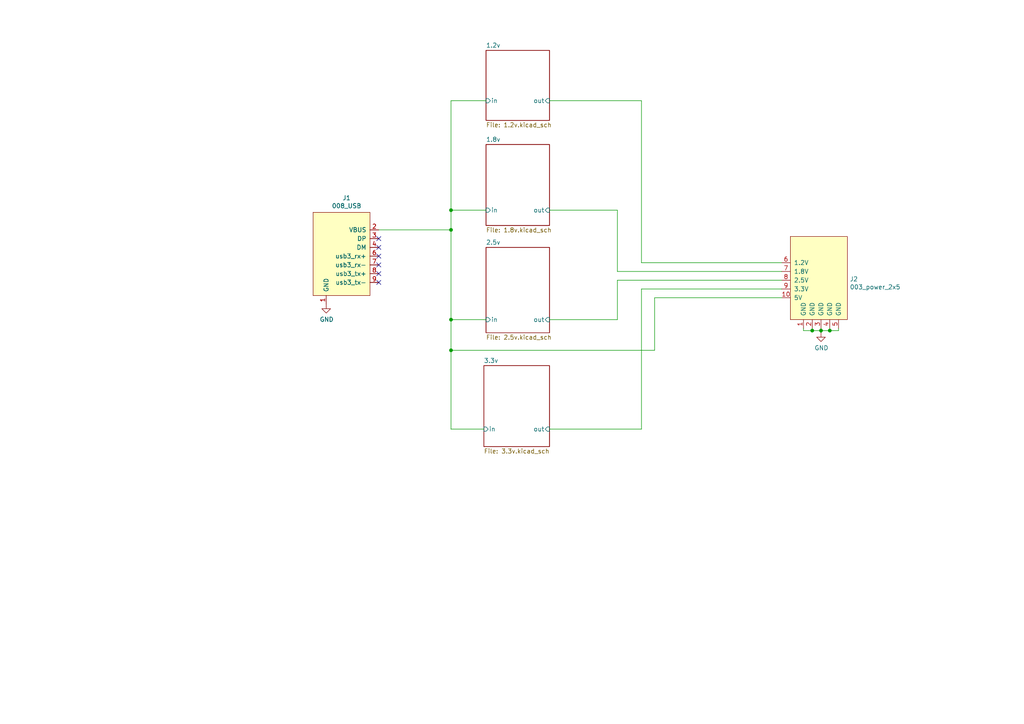
<source format=kicad_sch>
(kicad_sch (version 20211123) (generator eeschema)

  (uuid 4d4b0fcd-2c79-4fc3-b5fa-7a0741601344)

  (paper "A4")

  (lib_symbols
    (symbol "power:GND" (power) (pin_names (offset 0)) (in_bom yes) (on_board yes)
      (property "Reference" "#PWR" (id 0) (at 0 -6.35 0)
        (effects (font (size 1.27 1.27)) hide)
      )
      (property "Value" "GND" (id 1) (at 0 -3.81 0)
        (effects (font (size 1.27 1.27)))
      )
      (property "Footprint" "" (id 2) (at 0 0 0)
        (effects (font (size 1.27 1.27)) hide)
      )
      (property "Datasheet" "" (id 3) (at 0 0 0)
        (effects (font (size 1.27 1.27)) hide)
      )
      (property "ki_keywords" "power-flag" (id 4) (at 0 0 0)
        (effects (font (size 1.27 1.27)) hide)
      )
      (property "ki_description" "Power symbol creates a global label with name \"GND\" , ground" (id 5) (at 0 0 0)
        (effects (font (size 1.27 1.27)) hide)
      )
      (symbol "GND_0_1"
        (polyline
          (pts
            (xy 0 0)
            (xy 0 -1.27)
            (xy 1.27 -1.27)
            (xy 0 -2.54)
            (xy -1.27 -1.27)
            (xy 0 -1.27)
          )
          (stroke (width 0) (type default) (color 0 0 0 0))
          (fill (type none))
        )
      )
      (symbol "GND_1_1"
        (pin power_in line (at 0 0 270) (length 0) hide
          (name "GND" (effects (font (size 1.27 1.27))))
          (number "1" (effects (font (size 1.27 1.27))))
        )
      )
    )
    (symbol "put_on_edge:003_power" (pin_names (offset 1.016)) (in_bom yes) (on_board yes)
      (property "Reference" "J" (id 0) (at -2.54 13.97 0)
        (effects (font (size 1.27 1.27)))
      )
      (property "Value" "003_power" (id 1) (at 8.89 13.97 0)
        (effects (font (size 1.27 1.27)))
      )
      (property "Footprint" "" (id 2) (at 7.62 16.51 0)
        (effects (font (size 1.27 1.27)) hide)
      )
      (property "Datasheet" "" (id 3) (at 7.62 16.51 0)
        (effects (font (size 1.27 1.27)) hide)
      )
      (symbol "003_power_0_1"
        (rectangle (start -8.89 12.7) (end 7.62 -11.43)
          (stroke (width 0) (type default) (color 0 0 0 0))
          (fill (type background))
        )
      )
      (symbol "003_power_1_1"
        (pin power_in line (at -5.08 -13.97 90) (length 2.54)
          (name "GND" (effects (font (size 1.27 1.27))))
          (number "1" (effects (font (size 1.27 1.27))))
        )
        (pin power_out line (at -11.43 -5.08 0) (length 2.54)
          (name "5V" (effects (font (size 1.27 1.27))))
          (number "10" (effects (font (size 1.27 1.27))))
        )
        (pin power_in line (at -2.54 -13.97 90) (length 2.54)
          (name "GND" (effects (font (size 1.27 1.27))))
          (number "2" (effects (font (size 1.27 1.27))))
        )
        (pin power_in line (at 0 -13.97 90) (length 2.54)
          (name "GND" (effects (font (size 1.27 1.27))))
          (number "3" (effects (font (size 1.27 1.27))))
        )
        (pin power_in line (at 2.54 -13.97 90) (length 2.54)
          (name "GND" (effects (font (size 1.27 1.27))))
          (number "4" (effects (font (size 1.27 1.27))))
        )
        (pin power_in line (at 5.08 -13.97 90) (length 2.54)
          (name "GND" (effects (font (size 1.27 1.27))))
          (number "5" (effects (font (size 1.27 1.27))))
        )
        (pin power_out line (at -11.43 5.08 0) (length 2.54)
          (name "1.2V" (effects (font (size 1.27 1.27))))
          (number "6" (effects (font (size 1.27 1.27))))
        )
        (pin power_out line (at -11.43 2.54 0) (length 2.54)
          (name "1.8V" (effects (font (size 1.27 1.27))))
          (number "7" (effects (font (size 1.27 1.27))))
        )
        (pin power_out line (at -11.43 0 0) (length 2.54)
          (name "2.5V" (effects (font (size 1.27 1.27))))
          (number "8" (effects (font (size 1.27 1.27))))
        )
        (pin power_out line (at -11.43 -2.54 0) (length 2.54)
          (name "3.3V" (effects (font (size 1.27 1.27))))
          (number "9" (effects (font (size 1.27 1.27))))
        )
      )
    )
    (symbol "put_on_edge:008_USB" (pin_names (offset 1.016)) (in_bom yes) (on_board yes)
      (property "Reference" "J" (id 0) (at -2.54 13.97 0)
        (effects (font (size 1.27 1.27)))
      )
      (property "Value" "008_USB" (id 1) (at 8.89 13.97 0)
        (effects (font (size 1.27 1.27)))
      )
      (property "Footprint" "" (id 2) (at 7.62 16.51 0)
        (effects (font (size 1.27 1.27)) hide)
      )
      (property "Datasheet" "" (id 3) (at 7.62 16.51 0)
        (effects (font (size 1.27 1.27)) hide)
      )
      (symbol "008_USB_0_1"
        (rectangle (start -8.89 12.7) (end 7.62 -11.43)
          (stroke (width 0) (type default) (color 0 0 0 0))
          (fill (type background))
        )
      )
      (symbol "008_USB_1_1"
        (pin power_in line (at 3.81 -13.97 90) (length 2.54)
          (name "GND" (effects (font (size 1.27 1.27))))
          (number "1" (effects (font (size 1.27 1.27))))
        )
        (pin power_in line (at -11.43 7.62 0) (length 2.54)
          (name "VBUS" (effects (font (size 1.27 1.27))))
          (number "2" (effects (font (size 1.27 1.27))))
        )
        (pin bidirectional line (at -11.43 5.08 0) (length 2.54)
          (name "DP" (effects (font (size 1.27 1.27))))
          (number "3" (effects (font (size 1.27 1.27))))
        )
        (pin bidirectional line (at -11.43 2.54 0) (length 2.54)
          (name "DM" (effects (font (size 1.27 1.27))))
          (number "4" (effects (font (size 1.27 1.27))))
        )
        (pin input line (at -11.43 0 0) (length 2.54)
          (name "usb3_rx+" (effects (font (size 1.27 1.27))))
          (number "6" (effects (font (size 1.27 1.27))))
        )
        (pin input line (at -11.43 -2.54 0) (length 2.54)
          (name "usb3_rx-" (effects (font (size 1.27 1.27))))
          (number "7" (effects (font (size 1.27 1.27))))
        )
        (pin input line (at -11.43 -5.08 0) (length 2.54)
          (name "usb3_tx+" (effects (font (size 1.27 1.27))))
          (number "8" (effects (font (size 1.27 1.27))))
        )
        (pin input line (at -11.43 -7.62 0) (length 2.54)
          (name "usb3_tx-" (effects (font (size 1.27 1.27))))
          (number "9" (effects (font (size 1.27 1.27))))
        )
      )
    )
  )

  (junction (at 130.81 101.6) (diameter 0) (color 0 0 0 0)
    (uuid 0d0bb7b2-a6e5-46d2-9492-a1aa6e5a7b2f)
  )
  (junction (at 130.81 92.71) (diameter 0) (color 0 0 0 0)
    (uuid 6a44418c-7bb4-4e99-8836-57f153c19721)
  )
  (junction (at 235.585 95.885) (diameter 0) (color 0 0 0 0)
    (uuid 6e105729-aba0-497c-a99e-c32d2b3ddb6d)
  )
  (junction (at 238.125 95.885) (diameter 0) (color 0 0 0 0)
    (uuid 9ccf03e8-755a-4cd9-96fc-30e1d08fa253)
  )
  (junction (at 130.81 66.675) (diameter 0) (color 0 0 0 0)
    (uuid a03e565f-d8cd-4032-aae3-b7327d4143dd)
  )
  (junction (at 240.665 95.885) (diameter 0) (color 0 0 0 0)
    (uuid a7520ad3-0f8b-4788-92d4-8ffb277041e6)
  )
  (junction (at 130.81 60.96) (diameter 0) (color 0 0 0 0)
    (uuid c70d9ef3-bfeb-47e0-a1e1-9aeba3da7864)
  )

  (no_connect (at 109.855 79.375) (uuid 3f5fe6b7-98fc-4d3e-9567-f9f7202d1455))
  (no_connect (at 109.855 81.915) (uuid 5cbb5968-dbb5-4b84-864a-ead1cacf75b9))
  (no_connect (at 109.855 71.755) (uuid 6a955fc7-39d9-4c75-9a69-676ca8c0b9b2))
  (no_connect (at 109.855 76.835) (uuid bb7f0588-d4d8-44bf-9ebf-3c533fe4d6ae))
  (no_connect (at 109.855 69.215) (uuid e8314017-7be6-4011-9179-37449a29b311))
  (no_connect (at 109.855 74.295) (uuid f1830a1b-f0cc-47ae-a2c9-679c82032f14))

  (wire (pts (xy 130.81 92.71) (xy 130.81 66.675))
    (stroke (width 0) (type default) (color 0 0 0 0))
    (uuid 0147f16a-c952-4891-8f53-a9fb8cddeb8d)
  )
  (wire (pts (xy 186.055 124.46) (xy 159.385 124.46))
    (stroke (width 0) (type default) (color 0 0 0 0))
    (uuid 0dcdf1b8-13c6-48b4-bd94-5d26038ff231)
  )
  (wire (pts (xy 189.865 86.36) (xy 189.865 101.6))
    (stroke (width 0) (type default) (color 0 0 0 0))
    (uuid 10109f84-4940-47f8-8640-91f185ac9bc1)
  )
  (wire (pts (xy 186.055 76.2) (xy 226.695 76.2))
    (stroke (width 0) (type default) (color 0 0 0 0))
    (uuid 120a7b0f-ddfd-4447-85c1-35665465acdb)
  )
  (wire (pts (xy 179.07 60.96) (xy 159.385 60.96))
    (stroke (width 0) (type default) (color 0 0 0 0))
    (uuid 13475e15-f37c-4de8-857e-1722b0c39513)
  )
  (wire (pts (xy 240.665 95.25) (xy 240.665 95.885))
    (stroke (width 0) (type default) (color 0 0 0 0))
    (uuid 13abf99d-5265-4779-8973-e94370fd18ff)
  )
  (wire (pts (xy 238.125 95.885) (xy 238.125 96.52))
    (stroke (width 0) (type default) (color 0 0 0 0))
    (uuid 23bb2798-d93a-4696-a962-c305c4298a0c)
  )
  (wire (pts (xy 159.385 29.21) (xy 186.055 29.21))
    (stroke (width 0) (type default) (color 0 0 0 0))
    (uuid 2732632c-4768-42b6-bf7f-14643424019e)
  )
  (wire (pts (xy 233.045 95.885) (xy 235.585 95.885))
    (stroke (width 0) (type default) (color 0 0 0 0))
    (uuid 32667662-ae86-4904-b198-3e95f11851bf)
  )
  (wire (pts (xy 238.125 95.25) (xy 238.125 95.885))
    (stroke (width 0) (type default) (color 0 0 0 0))
    (uuid 46918595-4a45-48e8-84c0-961b4db7f35f)
  )
  (wire (pts (xy 130.81 101.6) (xy 130.81 92.71))
    (stroke (width 0) (type default) (color 0 0 0 0))
    (uuid 48f827a8-6e22-4a2e-abdc-c2a03098d883)
  )
  (wire (pts (xy 130.81 60.96) (xy 130.81 66.675))
    (stroke (width 0) (type default) (color 0 0 0 0))
    (uuid 4e3d7c0d-12e3-42f2-b944-e4bcdbbcac2a)
  )
  (wire (pts (xy 130.81 101.6) (xy 189.865 101.6))
    (stroke (width 0) (type default) (color 0 0 0 0))
    (uuid 55e740a3-0735-4744-896e-2bf5437093b9)
  )
  (wire (pts (xy 179.07 92.71) (xy 159.385 92.71))
    (stroke (width 0) (type default) (color 0 0 0 0))
    (uuid 58dc14f9-c158-4824-a84e-24a6a482a7a4)
  )
  (wire (pts (xy 140.97 60.96) (xy 130.81 60.96))
    (stroke (width 0) (type default) (color 0 0 0 0))
    (uuid 5b2b5c7d-f943-4634-9f0a-e9561705c49d)
  )
  (wire (pts (xy 233.045 95.25) (xy 233.045 95.885))
    (stroke (width 0) (type default) (color 0 0 0 0))
    (uuid 67f6e996-3c99-493c-8f6f-e739e2ed5d7a)
  )
  (wire (pts (xy 226.695 86.36) (xy 189.865 86.36))
    (stroke (width 0) (type default) (color 0 0 0 0))
    (uuid 71c31975-2c45-4d18-a25a-18e07a55d11e)
  )
  (wire (pts (xy 186.055 83.82) (xy 186.055 124.46))
    (stroke (width 0) (type default) (color 0 0 0 0))
    (uuid 746ba970-8279-4e7b-aed3-f28687777c21)
  )
  (wire (pts (xy 235.585 95.25) (xy 235.585 95.885))
    (stroke (width 0) (type default) (color 0 0 0 0))
    (uuid 78cbdd6c-4878-4cc5-9a58-0e506478e37d)
  )
  (wire (pts (xy 186.055 29.21) (xy 186.055 76.2))
    (stroke (width 0) (type default) (color 0 0 0 0))
    (uuid 854dd5d4-5fd2-4730-bd49-a9cd8299a065)
  )
  (wire (pts (xy 179.07 78.74) (xy 226.695 78.74))
    (stroke (width 0) (type default) (color 0 0 0 0))
    (uuid 8d55e186-3e11-40e8-a65e-b36a8a00069e)
  )
  (wire (pts (xy 238.125 95.885) (xy 240.665 95.885))
    (stroke (width 0) (type default) (color 0 0 0 0))
    (uuid 94c158d1-8503-4553-b511-bf42f506c2a8)
  )
  (wire (pts (xy 235.585 95.885) (xy 238.125 95.885))
    (stroke (width 0) (type default) (color 0 0 0 0))
    (uuid 983c426c-24e0-4c65-ab69-1f1824adc5c6)
  )
  (wire (pts (xy 130.81 29.21) (xy 130.81 60.96))
    (stroke (width 0) (type default) (color 0 0 0 0))
    (uuid 9c8ccb2a-b1e9-4f2c-94fe-301b5975277e)
  )
  (wire (pts (xy 243.205 95.885) (xy 243.205 95.25))
    (stroke (width 0) (type default) (color 0 0 0 0))
    (uuid a05d7640-f2f6-4ba7-8c51-5a4af431fc13)
  )
  (wire (pts (xy 240.665 95.885) (xy 243.205 95.885))
    (stroke (width 0) (type default) (color 0 0 0 0))
    (uuid a795f1ba-cdd5-4cc5-9a52-08586e982934)
  )
  (wire (pts (xy 140.97 92.71) (xy 130.81 92.71))
    (stroke (width 0) (type default) (color 0 0 0 0))
    (uuid aa02e544-13f5-4cf8-a5f4-3e6cda006090)
  )
  (wire (pts (xy 179.07 78.74) (xy 179.07 60.96))
    (stroke (width 0) (type default) (color 0 0 0 0))
    (uuid b635b16e-60bb-4b3e-9fc3-47d34eef8381)
  )
  (wire (pts (xy 140.97 29.21) (xy 130.81 29.21))
    (stroke (width 0) (type default) (color 0 0 0 0))
    (uuid cef6f603-8a0b-4dd0-af99-ebfbef7d1b4b)
  )
  (wire (pts (xy 130.81 101.6) (xy 130.81 124.46))
    (stroke (width 0) (type default) (color 0 0 0 0))
    (uuid d1262c4d-2245-4c4f-8f35-7bb32cd9e21e)
  )
  (wire (pts (xy 130.81 124.46) (xy 140.335 124.46))
    (stroke (width 0) (type default) (color 0 0 0 0))
    (uuid d22e95aa-f3db-4fbc-a331-048a2523233e)
  )
  (wire (pts (xy 179.07 81.28) (xy 179.07 92.71))
    (stroke (width 0) (type default) (color 0 0 0 0))
    (uuid dde3dba8-1b81-466c-93a3-c284ff4da1ef)
  )
  (wire (pts (xy 186.055 83.82) (xy 226.695 83.82))
    (stroke (width 0) (type default) (color 0 0 0 0))
    (uuid e10b5627-3247-4c86-b9f6-ef474ca11543)
  )
  (wire (pts (xy 130.81 66.675) (xy 109.855 66.675))
    (stroke (width 0) (type default) (color 0 0 0 0))
    (uuid e877bf4a-4210-4bd3-b7b0-806eb4affc5b)
  )
  (wire (pts (xy 179.07 81.28) (xy 226.695 81.28))
    (stroke (width 0) (type default) (color 0 0 0 0))
    (uuid f976e2cc-36f9-4479-a816-2c74d1d5da6f)
  )

  (symbol (lib_id "put_on_edge:003_power") (at 238.125 81.28 0) (unit 1)
    (in_bom yes) (on_board yes)
    (uuid 00000000-0000-0000-0000-00006043b711)
    (property "Reference" "J2" (id 0) (at 246.4562 80.9498 0)
      (effects (font (size 1.27 1.27)) (justify left))
    )
    (property "Value" "003_power_2x5" (id 1) (at 246.4562 83.2612 0)
      (effects (font (size 1.27 1.27)) (justify left))
    )
    (property "Footprint" "on_edge:on_edge_2x05_host" (id 2) (at 245.745 64.77 0)
      (effects (font (size 1.27 1.27)) hide)
    )
    (property "Datasheet" "" (id 3) (at 245.745 64.77 0)
      (effects (font (size 1.27 1.27)) hide)
    )
    (pin "1" (uuid e35f51ba-704e-4cb9-8cc7-7a38b7e867c6))
    (pin "10" (uuid 43729c41-452a-4601-b7e4-6f7f1f23761d))
    (pin "2" (uuid 9af5d300-b81a-4c49-8a5e-040ba37e008c))
    (pin "3" (uuid 255ba395-8563-45db-abd7-1fe1a8acca9f))
    (pin "4" (uuid d391c834-6538-4f0d-b497-24f783c86c57))
    (pin "5" (uuid b459df84-9128-4384-901e-fea7f60b4c50))
    (pin "6" (uuid 84b49332-c009-4222-9715-891767babdf6))
    (pin "7" (uuid 80f04873-7bc4-4f8d-a001-9b4c1bacaa99))
    (pin "8" (uuid 7297708a-3ddb-437c-a022-029fc420f242))
    (pin "9" (uuid 80f8544b-efce-4726-8493-8054af38c28d))
  )

  (symbol (lib_id "power:GND") (at 94.615 88.265 0) (unit 1)
    (in_bom yes) (on_board yes)
    (uuid 00000000-0000-0000-0000-00006044056a)
    (property "Reference" "#PWR0101" (id 0) (at 94.615 94.615 0)
      (effects (font (size 1.27 1.27)) hide)
    )
    (property "Value" "GND" (id 1) (at 94.742 92.6592 0))
    (property "Footprint" "" (id 2) (at 94.615 88.265 0)
      (effects (font (size 1.27 1.27)) hide)
    )
    (property "Datasheet" "" (id 3) (at 94.615 88.265 0)
      (effects (font (size 1.27 1.27)) hide)
    )
    (pin "1" (uuid 0aea80b3-5920-4614-b5a1-211fc72588f6))
  )

  (symbol (lib_id "power:GND") (at 238.125 96.52 0) (unit 1)
    (in_bom yes) (on_board yes)
    (uuid 00000000-0000-0000-0000-00006044c4b3)
    (property "Reference" "#PWR0111" (id 0) (at 238.125 102.87 0)
      (effects (font (size 1.27 1.27)) hide)
    )
    (property "Value" "GND" (id 1) (at 238.252 100.9142 0))
    (property "Footprint" "" (id 2) (at 238.125 96.52 0)
      (effects (font (size 1.27 1.27)) hide)
    )
    (property "Datasheet" "" (id 3) (at 238.125 96.52 0)
      (effects (font (size 1.27 1.27)) hide)
    )
    (pin "1" (uuid 6ff68425-4d5c-4047-bb2d-454338ea7222))
  )

  (symbol (lib_id "put_on_edge:008_USB") (at 98.425 74.295 0) (mirror y) (unit 1)
    (in_bom yes) (on_board yes)
    (uuid 00000000-0000-0000-0000-000060b506dc)
    (property "Reference" "J1" (id 0) (at 100.5332 57.404 0))
    (property "Value" "008_USB" (id 1) (at 100.5332 59.7154 0))
    (property "Footprint" "on_edge:on_edge_2x05_device" (id 2) (at 90.805 57.785 0)
      (effects (font (size 1.27 1.27)) hide)
    )
    (property "Datasheet" "" (id 3) (at 90.805 57.785 0)
      (effects (font (size 1.27 1.27)) hide)
    )
    (pin "1" (uuid ad71b609-e7e1-4666-9fd0-6d88c7d96f36))
    (pin "2" (uuid ba29d9b9-9df3-4ca5-8a70-aa01665f535e))
    (pin "3" (uuid 0f4b4dc8-feb1-4d06-a73d-076ace7fd8e2))
    (pin "4" (uuid ecd09530-976e-4ac5-87e6-3bab3618e3e5))
    (pin "6" (uuid 9dd2edef-8572-41fa-8cfe-ab4c5b1708aa))
    (pin "7" (uuid b71f3ce9-60da-4d61-a75d-a45ea4ada717))
    (pin "8" (uuid 2c3c5a88-d8d5-4e8e-8fe3-709de6747d75))
    (pin "9" (uuid 23c4756d-82f8-4d5b-a432-182147df989c))
  )

  (sheet (at 140.335 106.045) (size 19.05 23.495) (fields_autoplaced)
    (stroke (width 0) (type solid) (color 0 0 0 0))
    (fill (color 0 0 0 0.0000))
    (uuid 00000000-0000-0000-0000-00006043d1e1)
    (property "Sheet name" "3.3v" (id 0) (at 140.335 105.3334 0)
      (effects (font (size 1.27 1.27)) (justify left bottom))
    )
    (property "Sheet file" "3.3v.kicad_sch" (id 1) (at 140.335 130.1246 0)
      (effects (font (size 1.27 1.27)) (justify left top))
    )
    (pin "out" input (at 159.385 124.46 0)
      (effects (font (size 1.27 1.27)) (justify right))
      (uuid 9dab0cb7-2557-4419-963b-5ae736517f62)
    )
    (pin "in" input (at 140.335 124.46 180)
      (effects (font (size 1.27 1.27)) (justify left))
      (uuid 417f13e4-c121-485a-a6b5-8b55e70350b8)
    )
  )

  (sheet (at 140.97 71.755) (size 18.415 24.765) (fields_autoplaced)
    (stroke (width 0) (type solid) (color 0 0 0 0))
    (fill (color 0 0 0 0.0000))
    (uuid 00000000-0000-0000-0000-00006043d363)
    (property "Sheet name" "2.5v" (id 0) (at 140.97 71.0434 0)
      (effects (font (size 1.27 1.27)) (justify left bottom))
    )
    (property "Sheet file" "2.5v.kicad_sch" (id 1) (at 140.97 97.1046 0)
      (effects (font (size 1.27 1.27)) (justify left top))
    )
    (pin "out" input (at 159.385 92.71 0)
      (effects (font (size 1.27 1.27)) (justify right))
      (uuid 68e09be7-3bbc-4443-a838-209ce20b2bef)
    )
    (pin "in" input (at 140.97 92.71 180)
      (effects (font (size 1.27 1.27)) (justify left))
      (uuid 67621f9e-0a6a-4778-ad69-04dcf300659c)
    )
  )

  (sheet (at 140.97 41.91) (size 18.415 23.495) (fields_autoplaced)
    (stroke (width 0) (type solid) (color 0 0 0 0))
    (fill (color 0 0 0 0.0000))
    (uuid 00000000-0000-0000-0000-00006043d3fa)
    (property "Sheet name" "1.8v" (id 0) (at 140.97 41.1984 0)
      (effects (font (size 1.27 1.27)) (justify left bottom))
    )
    (property "Sheet file" "1.8v.kicad_sch" (id 1) (at 140.97 65.9896 0)
      (effects (font (size 1.27 1.27)) (justify left top))
    )
    (pin "out" input (at 159.385 60.96 0)
      (effects (font (size 1.27 1.27)) (justify right))
      (uuid 712d6a7d-2b62-464f-b745-fd2a6b0187f6)
    )
    (pin "in" input (at 140.97 60.96 180)
      (effects (font (size 1.27 1.27)) (justify left))
      (uuid b3d08afa-f296-4e3b-8825-73b6331d35bf)
    )
  )

  (sheet (at 140.97 14.605) (size 18.415 20.32) (fields_autoplaced)
    (stroke (width 0) (type solid) (color 0 0 0 0))
    (fill (color 0 0 0 0.0000))
    (uuid 00000000-0000-0000-0000-00006043d498)
    (property "Sheet name" "1.2v" (id 0) (at 140.97 13.8934 0)
      (effects (font (size 1.27 1.27)) (justify left bottom))
    )
    (property "Sheet file" "1.2v.kicad_sch" (id 1) (at 140.97 35.5096 0)
      (effects (font (size 1.27 1.27)) (justify left top))
    )
    (pin "out" input (at 159.385 29.21 0)
      (effects (font (size 1.27 1.27)) (justify right))
      (uuid 03d88a85-11fd-47aa-954c-c318bb15294a)
    )
    (pin "in" input (at 140.97 29.21 180)
      (effects (font (size 1.27 1.27)) (justify left))
      (uuid 1a2f72d1-0b36-4610-afc4-4ad1660d5d3b)
    )
  )

  (sheet_instances
    (path "/" (page "1"))
    (path "/00000000-0000-0000-0000-00006043d1e1" (page "2"))
    (path "/00000000-0000-0000-0000-00006043d498" (page "3"))
    (path "/00000000-0000-0000-0000-00006043d3fa" (page "4"))
    (path "/00000000-0000-0000-0000-00006043d363" (page "5"))
  )

  (symbol_instances
    (path "/00000000-0000-0000-0000-00006044056a"
      (reference "#PWR0101") (unit 1) (value "GND") (footprint "")
    )
    (path "/00000000-0000-0000-0000-00006043d363/00000000-0000-0000-0000-00006044681b"
      (reference "#PWR0102") (unit 1) (value "GND") (footprint "")
    )
    (path "/00000000-0000-0000-0000-00006043d363/00000000-0000-0000-0000-000060446826"
      (reference "#PWR0103") (unit 1) (value "GND") (footprint "")
    )
    (path "/00000000-0000-0000-0000-00006043d363/00000000-0000-0000-0000-00006044682e"
      (reference "#PWR0104") (unit 1) (value "GND") (footprint "")
    )
    (path "/00000000-0000-0000-0000-00006043d3fa/00000000-0000-0000-0000-000060448b39"
      (reference "#PWR0105") (unit 1) (value "GND") (footprint "")
    )
    (path "/00000000-0000-0000-0000-00006043d3fa/00000000-0000-0000-0000-000060448b44"
      (reference "#PWR0106") (unit 1) (value "GND") (footprint "")
    )
    (path "/00000000-0000-0000-0000-00006043d3fa/00000000-0000-0000-0000-000060448b4c"
      (reference "#PWR0107") (unit 1) (value "GND") (footprint "")
    )
    (path "/00000000-0000-0000-0000-00006043d498/00000000-0000-0000-0000-00006044b9ef"
      (reference "#PWR0108") (unit 1) (value "GND") (footprint "")
    )
    (path "/00000000-0000-0000-0000-00006043d498/00000000-0000-0000-0000-00006044b9fa"
      (reference "#PWR0109") (unit 1) (value "GND") (footprint "")
    )
    (path "/00000000-0000-0000-0000-00006043d498/00000000-0000-0000-0000-00006044ba02"
      (reference "#PWR0110") (unit 1) (value "GND") (footprint "")
    )
    (path "/00000000-0000-0000-0000-00006044c4b3"
      (reference "#PWR0111") (unit 1) (value "GND") (footprint "")
    )
    (path "/00000000-0000-0000-0000-00006043d1e1/00000000-0000-0000-0000-00005fd9b892"
      (reference "#PWR0121") (unit 1) (value "GND") (footprint "")
    )
    (path "/00000000-0000-0000-0000-00006043d1e1/00000000-0000-0000-0000-00005fd9b89e"
      (reference "#PWR0122") (unit 1) (value "GND") (footprint "")
    )
    (path "/00000000-0000-0000-0000-00006043d1e1/00000000-0000-0000-0000-00005fe04b58"
      (reference "#PWR0123") (unit 1) (value "GND") (footprint "")
    )
    (path "/00000000-0000-0000-0000-00006043d363/00000000-0000-0000-0000-0000604467d6"
      (reference "C1") (unit 1) (value "22uF") (footprint "Capacitor_SMD:C_0603_1608Metric")
    )
    (path "/00000000-0000-0000-0000-00006043d363/00000000-0000-0000-0000-0000604467f4"
      (reference "C2") (unit 1) (value "22pF") (footprint "Capacitor_SMD:C_0402_1005Metric")
    )
    (path "/00000000-0000-0000-0000-00006043d363/00000000-0000-0000-0000-0000604467dc"
      (reference "C3") (unit 1) (value "22uF") (footprint "Capacitor_SMD:C_0603_1608Metric")
    )
    (path "/00000000-0000-0000-0000-00006043d363/00000000-0000-0000-0000-0000604467e2"
      (reference "C4") (unit 1) (value "22uF") (footprint "Capacitor_SMD:C_0603_1608Metric")
    )
    (path "/00000000-0000-0000-0000-00006043d3fa/00000000-0000-0000-0000-000060448af4"
      (reference "C5") (unit 1) (value "22uF") (footprint "Capacitor_SMD:C_0603_1608Metric")
    )
    (path "/00000000-0000-0000-0000-00006043d3fa/00000000-0000-0000-0000-000060448b12"
      (reference "C6") (unit 1) (value "22pF") (footprint "Capacitor_SMD:C_0402_1005Metric")
    )
    (path "/00000000-0000-0000-0000-00006043d3fa/00000000-0000-0000-0000-000060448afa"
      (reference "C7") (unit 1) (value "22uF") (footprint "Capacitor_SMD:C_0603_1608Metric")
    )
    (path "/00000000-0000-0000-0000-00006043d3fa/00000000-0000-0000-0000-000060448b00"
      (reference "C8") (unit 1) (value "22uF") (footprint "Capacitor_SMD:C_0603_1608Metric")
    )
    (path "/00000000-0000-0000-0000-00006043d498/00000000-0000-0000-0000-00006044b9aa"
      (reference "C9") (unit 1) (value "22uF") (footprint "Capacitor_SMD:C_0603_1608Metric")
    )
    (path "/00000000-0000-0000-0000-00006043d498/00000000-0000-0000-0000-00006044b9c8"
      (reference "C10") (unit 1) (value "22pF") (footprint "Capacitor_SMD:C_0402_1005Metric")
    )
    (path "/00000000-0000-0000-0000-00006043d498/00000000-0000-0000-0000-00006044b9b0"
      (reference "C11") (unit 1) (value "22uF") (footprint "Capacitor_SMD:C_0603_1608Metric")
    )
    (path "/00000000-0000-0000-0000-00006043d498/00000000-0000-0000-0000-00006044b9b6"
      (reference "C12") (unit 1) (value "22uF") (footprint "Capacitor_SMD:C_0603_1608Metric")
    )
    (path "/00000000-0000-0000-0000-00006043d1e1/00000000-0000-0000-0000-00005fd9b84e"
      (reference "C40") (unit 1) (value "22uF") (footprint "Capacitor_SMD:C_0603_1608Metric")
    )
    (path "/00000000-0000-0000-0000-00006043d1e1/00000000-0000-0000-0000-00005fd9b86b"
      (reference "C41") (unit 1) (value "22pF") (footprint "Capacitor_SMD:C_0402_1005Metric")
    )
    (path "/00000000-0000-0000-0000-00006043d1e1/00000000-0000-0000-0000-00005fd9b854"
      (reference "C42") (unit 1) (value "22uF") (footprint "Capacitor_SMD:C_0603_1608Metric")
    )
    (path "/00000000-0000-0000-0000-00006043d1e1/00000000-0000-0000-0000-00005fd9b85a"
      (reference "C43") (unit 1) (value "22uF") (footprint "Capacitor_SMD:C_0603_1608Metric")
    )
    (path "/00000000-0000-0000-0000-00006043d1e1/00000000-0000-0000-0000-000060b5e3d0"
      (reference "FB1") (unit 1) (value "120R") (footprint "Resistor_SMD:R_0603_1608Metric")
    )
    (path "/00000000-0000-0000-0000-00006043d363/00000000-0000-0000-0000-000060b607fc"
      (reference "FB2") (unit 1) (value "120R") (footprint "Resistor_SMD:R_0603_1608Metric")
    )
    (path "/00000000-0000-0000-0000-00006043d3fa/00000000-0000-0000-0000-000060b6203f"
      (reference "FB3") (unit 1) (value "120R") (footprint "Resistor_SMD:R_0603_1608Metric")
    )
    (path "/00000000-0000-0000-0000-00006043d498/00000000-0000-0000-0000-000060b6362c"
      (reference "FB4") (unit 1) (value "120R") (footprint "Resistor_SMD:R_0603_1608Metric")
    )
    (path "/00000000-0000-0000-0000-000060b506dc"
      (reference "J1") (unit 1) (value "008_USB") (footprint "on_edge:on_edge_2x05_device")
    )
    (path "/00000000-0000-0000-0000-00006043b711"
      (reference "J2") (unit 1) (value "003_power_2x5") (footprint "on_edge:on_edge_2x05_host")
    )
    (path "/00000000-0000-0000-0000-00006043d1e1/00000000-0000-0000-0000-00005fd9b864"
      (reference "L1") (unit 1) (value "2.2uH") (footprint "Inductor_SMD:L_Taiyo-Yuden_NR-50xx")
    )
    (path "/00000000-0000-0000-0000-00006043d363/00000000-0000-0000-0000-0000604467ed"
      (reference "L2") (unit 1) (value "2.2uH") (footprint "Inductor_SMD:L_Taiyo-Yuden_NR-50xx")
    )
    (path "/00000000-0000-0000-0000-00006043d3fa/00000000-0000-0000-0000-000060448b0b"
      (reference "L3") (unit 1) (value "2.2uH") (footprint "Inductor_SMD:L_Taiyo-Yuden_NR-50xx")
    )
    (path "/00000000-0000-0000-0000-00006043d498/00000000-0000-0000-0000-00006044b9c1"
      (reference "L4") (unit 1) (value "2.2uH") (footprint "Inductor_SMD:L_Taiyo-Yuden_NR-50xx")
    )
    (path "/00000000-0000-0000-0000-00006043d363/00000000-0000-0000-0000-0000604467fe"
      (reference "R1") (unit 1) (value "316k") (footprint "Capacitor_SMD:C_0402_1005Metric")
    )
    (path "/00000000-0000-0000-0000-00006043d363/00000000-0000-0000-0000-000060446804"
      (reference "R2") (unit 1) (value "100k") (footprint "Capacitor_SMD:C_0402_1005Metric")
    )
    (path "/00000000-0000-0000-0000-00006043d3fa/00000000-0000-0000-0000-000060448b1c"
      (reference "R3") (unit 1) (value "200k") (footprint "Capacitor_SMD:C_0402_1005Metric")
    )
    (path "/00000000-0000-0000-0000-00006043d3fa/00000000-0000-0000-0000-000060448b22"
      (reference "R4") (unit 1) (value "100k") (footprint "Capacitor_SMD:C_0402_1005Metric")
    )
    (path "/00000000-0000-0000-0000-00006043d498/00000000-0000-0000-0000-00006044b9d2"
      (reference "R5") (unit 1) (value "100k") (footprint "Capacitor_SMD:C_0402_1005Metric")
    )
    (path "/00000000-0000-0000-0000-00006043d498/00000000-0000-0000-0000-00006044b9d8"
      (reference "R6") (unit 1) (value "100k") (footprint "Capacitor_SMD:C_0402_1005Metric")
    )
    (path "/00000000-0000-0000-0000-00006043d1e1/00000000-0000-0000-0000-00005fd9b875"
      (reference "R22") (unit 1) (value "453k") (footprint "Capacitor_SMD:C_0402_1005Metric")
    )
    (path "/00000000-0000-0000-0000-00006043d1e1/00000000-0000-0000-0000-00005fd9b87b"
      (reference "R23") (unit 1) (value "100k") (footprint "Capacitor_SMD:C_0402_1005Metric")
    )
    (path "/00000000-0000-0000-0000-00006043d1e1/00000000-0000-0000-0000-00005fd9b848"
      (reference "U1") (unit 1) (value "AP3429") (footprint "Package_TO_SOT_SMD:TSOT-23-5")
    )
    (path "/00000000-0000-0000-0000-00006043d363/00000000-0000-0000-0000-0000604467d0"
      (reference "U2") (unit 1) (value "AP3429") (footprint "Package_TO_SOT_SMD:TSOT-23-5")
    )
    (path "/00000000-0000-0000-0000-00006043d3fa/00000000-0000-0000-0000-000060448aee"
      (reference "U3") (unit 1) (value "AP3429") (footprint "Package_TO_SOT_SMD:TSOT-23-5")
    )
    (path "/00000000-0000-0000-0000-00006043d498/00000000-0000-0000-0000-00006044b9a4"
      (reference "U4") (unit 1) (value "AP3429") (footprint "Package_TO_SOT_SMD:TSOT-23-5")
    )
  )
)

</source>
